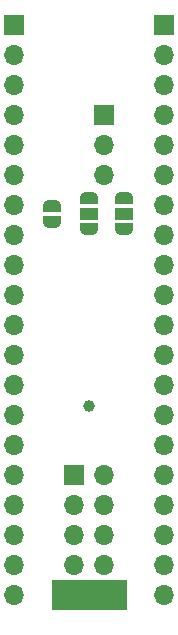
<source format=gbr>
%TF.GenerationSoftware,KiCad,Pcbnew,8.0.0*%
%TF.CreationDate,2024-03-15T22:25:50+11:00*%
%TF.ProjectId,PCAL6534EV-breakout,5043414c-3635-4333-9445-562d62726561,rev?*%
%TF.SameCoordinates,Original*%
%TF.FileFunction,Soldermask,Bot*%
%TF.FilePolarity,Negative*%
%FSLAX46Y46*%
G04 Gerber Fmt 4.6, Leading zero omitted, Abs format (unit mm)*
G04 Created by KiCad (PCBNEW 8.0.0) date 2024-03-15 22:25:50*
%MOMM*%
%LPD*%
G01*
G04 APERTURE LIST*
G04 Aperture macros list*
%AMFreePoly0*
4,1,19,0.500000,-0.750000,0.000000,-0.750000,0.000000,-0.744911,-0.071157,-0.744911,-0.207708,-0.704816,-0.327430,-0.627875,-0.420627,-0.520320,-0.479746,-0.390866,-0.500000,-0.250000,-0.500000,0.250000,-0.479746,0.390866,-0.420627,0.520320,-0.327430,0.627875,-0.207708,0.704816,-0.071157,0.744911,0.000000,0.744911,0.000000,0.750000,0.500000,0.750000,0.500000,-0.750000,0.500000,-0.750000,
$1*%
%AMFreePoly1*
4,1,19,0.000000,0.744911,0.071157,0.744911,0.207708,0.704816,0.327430,0.627875,0.420627,0.520320,0.479746,0.390866,0.500000,0.250000,0.500000,-0.250000,0.479746,-0.390866,0.420627,-0.520320,0.327430,-0.627875,0.207708,-0.704816,0.071157,-0.744911,0.000000,-0.744911,0.000000,-0.750000,-0.500000,-0.750000,-0.500000,0.750000,0.000000,0.750000,0.000000,0.744911,0.000000,0.744911,
$1*%
%AMFreePoly2*
4,1,19,0.000000,0.744911,0.071157,0.744911,0.207708,0.704816,0.327430,0.627875,0.420627,0.520320,0.479746,0.390866,0.500000,0.250000,0.500000,-0.250000,0.479746,-0.390866,0.420627,-0.520320,0.327430,-0.627875,0.207708,-0.704816,0.071157,-0.744911,0.000000,-0.744911,0.000000,-0.750000,-0.550000,-0.750000,-0.550000,0.750000,0.000000,0.750000,0.000000,0.744911,0.000000,0.744911,
$1*%
%AMFreePoly3*
4,1,19,0.550000,-0.750000,0.000000,-0.750000,0.000000,-0.744911,-0.071157,-0.744911,-0.207708,-0.704816,-0.327430,-0.627875,-0.420627,-0.520320,-0.479746,-0.390866,-0.500000,-0.250000,-0.500000,0.250000,-0.479746,0.390866,-0.420627,0.520320,-0.327430,0.627875,-0.207708,0.704816,-0.071157,0.744911,0.000000,0.744911,0.000000,0.750000,0.550000,0.750000,0.550000,-0.750000,0.550000,-0.750000,
$1*%
G04 Aperture macros list end*
%ADD10C,1.000000*%
%ADD11R,1.700000X1.700000*%
%ADD12O,1.700000X1.700000*%
%ADD13FreePoly0,90.000000*%
%ADD14FreePoly1,90.000000*%
%ADD15FreePoly2,270.000000*%
%ADD16R,1.500000X1.000000*%
%ADD17FreePoly3,270.000000*%
%ADD18FreePoly2,90.000000*%
%ADD19FreePoly3,90.000000*%
G04 APERTURE END LIST*
D10*
%TO.C,REF\u002A\u002A*%
X155000000Y-118658800D03*
%TD*%
D11*
%TO.C,J4*%
X153725000Y-124450000D03*
D12*
X156265000Y-124450000D03*
X153725000Y-126990000D03*
X156265000Y-126990000D03*
X153725000Y-129530000D03*
X156265000Y-129530000D03*
X153725000Y-132070000D03*
X156265000Y-132070000D03*
%TD*%
D11*
%TO.C,J3*%
X161350000Y-86350000D03*
D12*
X161350000Y-88890000D03*
X161350000Y-91430000D03*
X161350000Y-93970000D03*
X161350000Y-96510000D03*
X161350000Y-99050000D03*
X161350000Y-101590000D03*
X161350000Y-104130000D03*
X161350000Y-106670000D03*
X161350000Y-109210000D03*
X161350000Y-111750000D03*
X161350000Y-114290000D03*
X161350000Y-116830000D03*
X161350000Y-119370000D03*
X161350000Y-121910000D03*
X161350000Y-124450000D03*
X161350000Y-126990000D03*
X161350000Y-129530000D03*
X161350000Y-132070000D03*
X161350000Y-134610000D03*
%TD*%
D11*
%TO.C,J2*%
X148650000Y-86350000D03*
D12*
X148650000Y-88890000D03*
X148650000Y-91430000D03*
X148650000Y-93970000D03*
X148650000Y-96510000D03*
X148650000Y-99050000D03*
X148650000Y-101590000D03*
X148650000Y-104130000D03*
X148650000Y-106670000D03*
X148650000Y-109210000D03*
X148650000Y-111750000D03*
X148650000Y-114290000D03*
X148650000Y-116830000D03*
X148650000Y-119370000D03*
X148650000Y-121910000D03*
X148650000Y-124450000D03*
X148650000Y-126990000D03*
X148650000Y-129530000D03*
X148650000Y-132070000D03*
X148650000Y-134610000D03*
%TD*%
D13*
%TO.C,JP4*%
X151825000Y-103002000D03*
D14*
X151825000Y-101702000D03*
%TD*%
D15*
%TO.C,JP3*%
X157921000Y-103652000D03*
D16*
X157921000Y-102352000D03*
D17*
X157921000Y-101052000D03*
%TD*%
D18*
%TO.C,JP2*%
X155000000Y-101052000D03*
D16*
X155000000Y-102352000D03*
D19*
X155000000Y-103652000D03*
%TD*%
D11*
%TO.C,JP1*%
X156270000Y-93985000D03*
D12*
X156270000Y-96525000D03*
X156270000Y-99065000D03*
%TD*%
G36*
X158162113Y-133352887D02*
G01*
X158175000Y-133384000D01*
X158175000Y-135836000D01*
X158162113Y-135867113D01*
X158131000Y-135880000D01*
X151869000Y-135880000D01*
X151837887Y-135867113D01*
X151825000Y-135836000D01*
X151825000Y-133384000D01*
X151837887Y-133352887D01*
X151869000Y-133340000D01*
X158131000Y-133340000D01*
X158162113Y-133352887D01*
G37*
M02*

</source>
